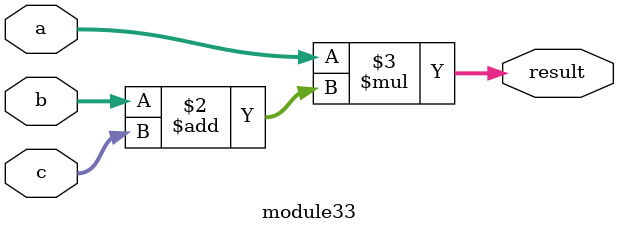
<source format=v>
module module33#(

parameter datawidth=8 )
(input [datawidth-1:0] a,
input [datawidth-1:0] b, input [datawidth-1:0] c, 
output reg [2*datawidth-1:0] result);

always @(*)
begin
result = (a)*(b+c);
end

endmodule

</source>
